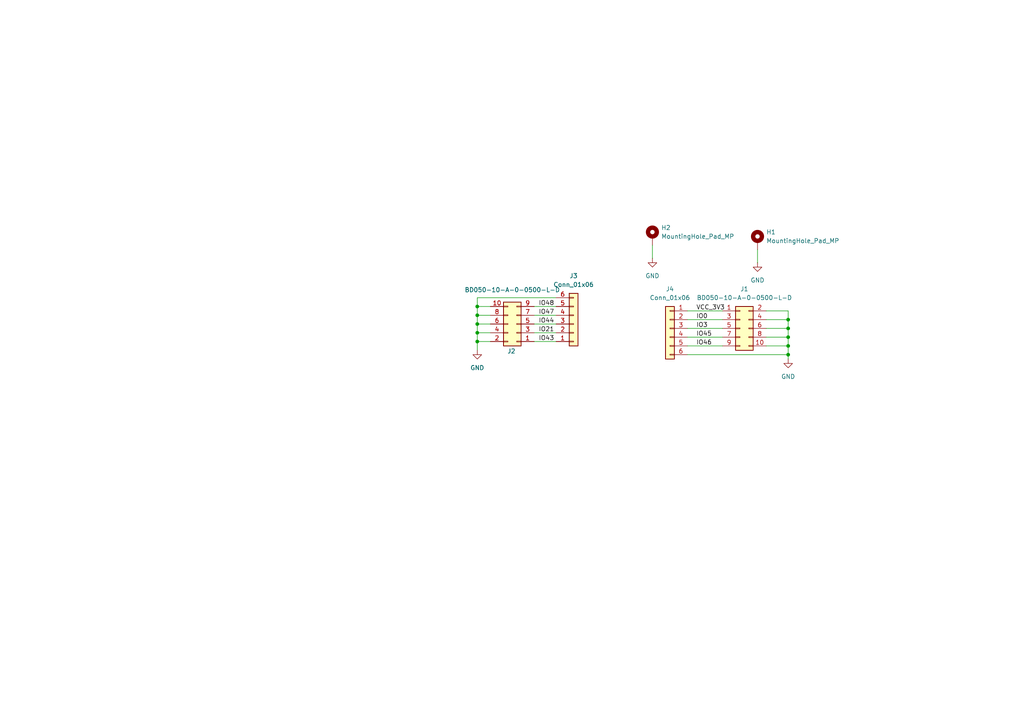
<source format=kicad_sch>
(kicad_sch (version 20231120) (generator "eeschema") (generator_version "8.0")
  (paper "A4")
  (lib_symbols
    (symbol "Connector_Generic:Conn_01x06" (pin_names (offset 1.016) hide)
      (property "Reference" "J" (at 0 7.62 0))
      (property "Value" "Conn_01x06" (at 0 -10.16 0))
      (symbol "Conn_01x06_1_1"
        (rectangle (start -1.27 -7.493) (end 0 -7.747) (stroke (width 0.1524)))
        (rectangle (start -1.27 -4.953) (end 0 -5.207) (stroke (width 0.1524)))
        (rectangle (start -1.27 -2.413) (end 0 -2.667) (stroke (width 0.1524)))
        (rectangle (start -1.27 0.127) (end 0 -0.127) (stroke (width 0.1524)))
        (rectangle (start -1.27 2.667) (end 0 2.413) (stroke (width 0.1524)))
        (rectangle (start -1.27 5.207) (end 0 4.953) (stroke (width 0.1524)))
        (rectangle (start -1.27 6.35) (end 1.27 -8.89) (stroke (width 0.254)) (fill (type background)))
        (pin passive line (at -5.08 5.08 0) (length 3.81) (name "Pin_1") (number "1"))
        (pin passive line (at -5.08 2.54 0) (length 3.81) (name "Pin_2") (number "2"))
        (pin passive line (at -5.08 0 0) (length 3.81) (name "Pin_3") (number "3"))
        (pin passive line (at -5.08 -2.54 0) (length 3.81) (name "Pin_4") (number "4"))
        (pin passive line (at -5.08 -5.08 0) (length 3.81) (name "Pin_5") (number "5"))
        (pin passive line (at -5.08 -7.62 0) (length 3.81) (name "Pin_6") (number "6"))
      )
    )
    (symbol "Connector_Generic:Conn_02x05_Odd_Even" (pin_names (offset 1.016) hide)
      (property "Reference" "J" (at 1.27 7.62 0))
      (property "Value" "Conn_02x05_Odd_Even" (at 1.27 -7.62 0))
      (symbol "Conn_02x05_Odd_Even_1_1"
        (rectangle (start -1.27 -4.953) (end 0 -5.207) (stroke (width 0.1524)))
        (rectangle (start -1.27 -2.413) (end 0 -2.667) (stroke (width 0.1524)))
        (rectangle (start -1.27 0.127) (end 0 -0.127) (stroke (width 0.1524)))
        (rectangle (start -1.27 2.667) (end 0 2.413) (stroke (width 0.1524)))
        (rectangle (start -1.27 5.207) (end 0 4.953) (stroke (width 0.1524)))
        (rectangle (start -1.27 6.35) (end 3.81 -6.35) (stroke (width 0.254)) (fill (type background)))
        (rectangle (start 3.81 -4.953) (end 2.54 -5.207) (stroke (width 0.1524)))
        (rectangle (start 3.81 -2.413) (end 2.54 -2.667) (stroke (width 0.1524)))
        (rectangle (start 3.81 0.127) (end 2.54 -0.127) (stroke (width 0.1524)))
        (rectangle (start 3.81 2.667) (end 2.54 2.413) (stroke (width 0.1524)))
        (rectangle (start 3.81 5.207) (end 2.54 4.953) (stroke (width 0.1524)))
        (pin passive line (at -5.08 5.08 0) (length 3.81) (name "Pin_1") (number "1"))
        (pin passive line (at 7.62 -5.08 180) (length 3.81) (name "Pin_10") (number "10"))
        (pin passive line (at 7.62 5.08 180) (length 3.81) (name "Pin_2") (number "2"))
        (pin passive line (at -5.08 2.54 0) (length 3.81) (name "Pin_3") (number "3"))
        (pin passive line (at 7.62 2.54 180) (length 3.81) (name "Pin_4") (number "4"))
        (pin passive line (at -5.08 0 0) (length 3.81) (name "Pin_5") (number "5"))
        (pin passive line (at 7.62 0 180) (length 3.81) (name "Pin_6") (number "6"))
        (pin passive line (at -5.08 -2.54 0) (length 3.81) (name "Pin_7") (number "7"))
        (pin passive line (at 7.62 -2.54 180) (length 3.81) (name "Pin_8") (number "8"))
        (pin passive line (at -5.08 -5.08 0) (length 3.81) (name "Pin_9") (number "9"))
      )
    )
    (symbol "Mechanical:MountingHole_Pad_MP" (pin_numbers hide) (pin_names (offset 1.016) hide) (exclude_from_sim yes) (in_bom no)
      (property "Reference" "H" (at 0 6.35 0))
      (property "Value" "MountingHole_Pad_MP" (at 0 4.445 0))
      (symbol "MountingHole_Pad_MP_0_1"
        (circle (center 0 1.27) (radius 1.27) (stroke (width 1.27)))
      )
      (symbol "MountingHole_Pad_MP_1_1"
        (pin input line (at 0 -2.54 90) (length 2.54) (name "MP") (number "MP"))
      )
    )
    (symbol "power:GND" (power) (pin_numbers hide) (pin_names (offset 0) hide)
      (property "Value" "GND" (at 0 -3.81 0))
      (symbol "GND_0_1"
        (polyline (pts (xy 0 0) (xy 0 -1.27) (xy 1.27 -1.27) (xy 0 -2.54) (xy -1.27 -1.27) (xy 0 -1.27)))
      )
      (symbol "GND_1_1"
        (pin power_in line (at 0 0 270) (length 0) (name "~") (number "1"))
      )
    )
  )
  (junction (at 228.6 92.71))
  (junction (at 138.43 96.52))
  (junction (at 228.6 97.79))
  (junction (at 138.43 88.9))
  (junction (at 138.43 93.98))
  (junction (at 228.6 102.87))
  (junction (at 228.6 95.25))
  (junction (at 138.43 99.06))
  (junction (at 138.43 91.44))
  (junction (at 228.6 100.33))
  (wire (pts (xy 222.25 92.71) (xy 228.6 92.71)))
  (wire (pts (xy 142.24 96.52) (xy 138.43 96.52)))
  (wire (pts (xy 138.43 99.06) (xy 138.43 101.6)))
  (wire (pts (xy 189.23 74.93) (xy 189.23 71.12)))
  (wire (pts (xy 199.39 102.87) (xy 228.6 102.87)))
  (wire (pts (xy 138.43 93.98) (xy 138.43 96.52)))
  (wire (pts (xy 228.6 97.79) (xy 228.6 100.33)))
  (wire (pts (xy 228.6 95.25) (xy 228.6 97.79)))
  (wire (pts (xy 138.43 91.44) (xy 138.43 93.98)))
  (wire (pts (xy 142.24 88.9) (xy 138.43 88.9)))
  (wire (pts (xy 222.25 100.33) (xy 228.6 100.33)))
  (wire (pts (xy 228.6 92.71) (xy 228.6 95.25)))
  (wire (pts (xy 138.43 88.9) (xy 138.43 91.44)))
  (wire (pts (xy 142.24 91.44) (xy 138.43 91.44)))
  (wire (pts (xy 154.94 99.06) (xy 161.29 99.06)))
  (wire (pts (xy 142.24 99.06) (xy 138.43 99.06)))
  (wire (pts (xy 228.6 100.33) (xy 228.6 102.87)))
  (wire (pts (xy 138.43 86.36) (xy 138.43 88.9)))
  (wire (pts (xy 228.6 90.17) (xy 228.6 92.71)))
  (wire (pts (xy 154.94 91.44) (xy 161.29 91.44)))
  (wire (pts (xy 228.6 102.87) (xy 228.6 104.14)))
  (wire (pts (xy 154.94 93.98) (xy 161.29 93.98)))
  (wire (pts (xy 222.25 97.79) (xy 228.6 97.79)))
  (wire (pts (xy 154.94 96.52) (xy 161.29 96.52)))
  (wire (pts (xy 199.39 90.17) (xy 209.55 90.17)))
  (wire (pts (xy 219.71 76.2) (xy 219.71 72.39)))
  (wire (pts (xy 138.43 96.52) (xy 138.43 99.06)))
  (wire (pts (xy 161.29 86.36) (xy 138.43 86.36)))
  (wire (pts (xy 154.94 88.9) (xy 161.29 88.9)))
  (wire (pts (xy 222.25 95.25) (xy 228.6 95.25)))
  (wire (pts (xy 142.24 93.98) (xy 138.43 93.98)))
  (wire (pts (xy 199.39 97.79) (xy 209.55 97.79)))
  (wire (pts (xy 199.39 92.71) (xy 209.55 92.71)))
  (wire (pts (xy 222.25 90.17) (xy 228.6 90.17)))
  (wire (pts (xy 199.39 100.33) (xy 209.55 100.33)))
  (wire (pts (xy 199.39 95.25) (xy 209.55 95.25)))
  (label "IO3" (at 201.93 95.25 0))
  (label "IO46" (at 201.93 100.33 0))
  (label "VCC_3V3" (at 201.93 90.17 0))
  (label "IO43" (at 156.21 99.06 0))
  (label "IO45" (at 201.93 97.79 0))
  (label "IO48" (at 156.21 88.9 0))
  (label "IO47" (at 156.21 91.44 0))
  (label "IO0" (at 201.93 92.71 0))
  (label "IO21" (at 156.21 96.52 0))
  (label "IO44" (at 156.21 93.98 0))
  (symbol (lib_id "Mechanical:MountingHole_Pad_MP") (at 219.71 69.85 0) (unit 1) (exclude_from_sim yes) (in_bom no)
    (property "Reference" "H1" (at 222.25 67.3099 0) (effects (justify left)))
    (property "Value" "MountingHole_Pad_MP" (at 222.25 69.8499 0) (effects (justify left)))
    (property "Footprint" "MountingHole:MountingHole_2.2mm_M2_DIN965_Pad" (effects (hide yes)))
    (property "Description" "Mounting Hole with connection as pad named MP" (effects (hide yes)))
  )
  (symbol (lib_id "Mechanical:MountingHole_Pad_MP") (at 189.23 68.58 0) (unit 1) (exclude_from_sim yes) (in_bom no)
    (property "Reference" "H2" (at 191.77 66.0399 0) (effects (justify left)))
    (property "Value" "MountingHole_Pad_MP" (at 191.77 68.5799 0) (effects (justify left)))
    (property "Footprint" "MountingHole:MountingHole_2.2mm_M2_DIN965_Pad" (effects (hide yes)))
    (property "Description" "Mounting Hole with connection as pad named MP" (effects (hide yes)))
  )
  (symbol (lib_id "power:GND") (at 189.23 74.93 0) (unit 1)
    (property "Reference" "#PWR02" (effects (hide yes)))
    (property "Value" "GND" (at 189.23 80.01 0))
    (property "Description" "Power symbol creates a global label with name \"GND\" , ground" (effects (hide yes)))
  )
  (symbol (lib_id "Connector_Generic:Conn_02x05_Odd_Even") (at 214.63 95.25 0) (unit 1)
    (property "Reference" "J1" (at 215.9 83.82 0))
    (property "Value" "BD050-10-A-0-0500-L-D" (at 215.9 86.36 0))
    (property "Footprint" "Through_hole_pin_socket:GCT_BD050-10-A-1-0500-L-D" (effects (hide yes)))
    (property "Description" "Generic connector, double row, 02x05, odd/even pin numbering scheme (row 1 odd numbers, row 2 even numbers), script generated (kicad-library-utils/schlib/autogen/connector/)" (effects (hide yes)))
    (property "MANUFACTURER" "SAMTEC" (effects (hide yes)))
  )
  (symbol (lib_id "power:GND") (at 219.71 76.2 0) (unit 1)
    (property "Reference" "#PWR01" (effects (hide yes)))
    (property "Value" "GND" (at 219.71 81.28 0))
    (property "Description" "Power symbol creates a global label with name \"GND\" , ground" (effects (hide yes)))
  )
  (symbol (lib_id "power:GND") (at 138.43 101.6 0) (unit 1)
    (property "Reference" "#PWR022" (effects (hide yes)))
    (property "Value" "GND" (at 138.43 106.68 0))
    (property "Description" "Power symbol creates a global label with name \"GND\" , ground" (effects (hide yes)))
  )
  (symbol (lib_id "power:GND") (at 228.6 104.14 0) (unit 1)
    (property "Reference" "#PWR021" (effects (hide yes)))
    (property "Value" "GND" (at 228.6 109.22 0))
    (property "Description" "Power symbol creates a global label with name \"GND\" , ground" (effects (hide yes)))
  )
  (symbol (lib_id "Connector_Generic:Conn_02x05_Odd_Even") (at 149.86 93.98 180) (unit 1)
    (property "Reference" "J2" (at 148.336 101.854 0))
    (property "Value" "BD050-10-A-0-0500-L-D" (at 148.59 84.074 0))
    (property "Footprint" "Through_hole_pin_socket:GCT_BD050-10-A-1-0500-L-D" (effects (hide yes)))
    (property "Description" "Generic connector, double row, 02x05, odd/even pin numbering scheme (row 1 odd numbers, row 2 even numbers), script generated (kicad-library-utils/schlib/autogen/connector/)" (effects (hide yes)))
    (property "MANUFACTURER" "SAMTEC" (effects (hide yes)))
  )
  (symbol (lib_id "Connector_Generic:Conn_01x06") (at 194.31 95.25 0) (mirror y) (unit 1)
    (property "Reference" "J4" (at 194.31 83.82 0))
    (property "Value" "Conn_01x06" (at 194.31 86.36 0))
    (property "Footprint" "Connector_PinHeader_2.54mm:PinHeader_1x06_P2.54mm_Vertical" (effects (hide yes)))
    (property "Description" "Generic connector, single row, 01x06, script generated (kicad-library-utils/schlib/autogen/connector/)" (effects (hide yes)))
  )
  (symbol (lib_id "Connector_Generic:Conn_01x06") (at 166.37 93.98 0) (mirror x) (unit 1)
    (property "Reference" "J3" (at 166.37 80.01 0))
    (property "Value" "Conn_01x06" (at 166.37 82.55 0))
    (property "Footprint" "Connector_PinHeader_2.54mm:PinHeader_1x06_P2.54mm_Vertical" (effects (hide yes)))
    (property "Description" "Generic connector, single row, 01x06, script generated (kicad-library-utils/schlib/autogen/connector/)" (effects (hide yes)))
  )
)
</source>
